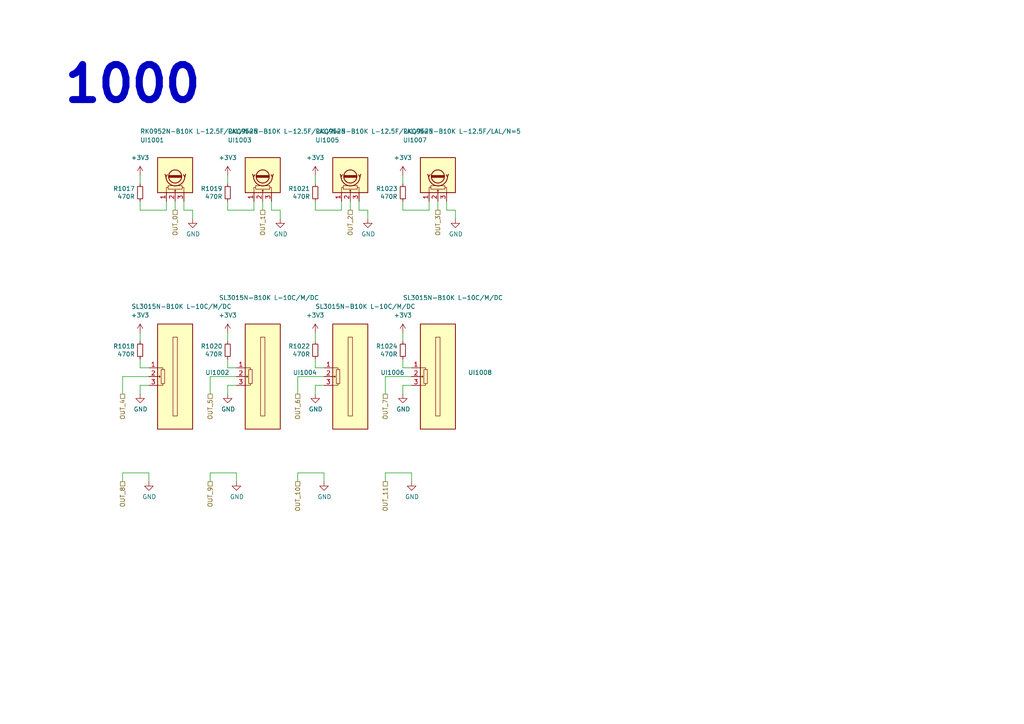
<source format=kicad_sch>
(kicad_sch (version 20231120) (generator "eeschema") (generator_version "8.0")
  (paper "A4")
  (lib_symbols
    (symbol "power:+3V3" (power) (pin_names (offset 0))
      (property "Value" "+3V3" (at 0 3.556 0))
      (symbol "+3V3_0_1"
        (polyline (pts (xy -0.762 1.27) (xy 0 2.54)))
        (polyline (pts (xy 0 0) (xy 0 2.54)))
        (polyline (pts (xy 0 2.54) (xy 0.762 1.27)))
      )
      (symbol "+3V3_1_1"
        (pin power_in line (at 0 0 90) (length 0) hide (name "+3V3") (number "1"))
      )
    )
    (symbol "power:GND" (power) (pin_names (offset 0))
      (property "Value" "GND" (at 0 -3.81 0))
      (symbol "GND_0_1"
        (polyline (pts (xy 0 0) (xy 0 -1.27) (xy 1.27 -1.27) (xy 0 -2.54) (xy -1.27 -1.27) (xy 0 -1.27)))
      )
      (symbol "GND_1_1"
        (pin power_in line (at 0 0 270) (length 0) hide (name "GND") (number "1"))
      )
    )
    (symbol "suku_basics:RES" (pin_numbers hide) (pin_names (offset 0.254) hide)
      (property "Reference" "R" (at 0.762 0.508 0))
      (property "Value" "RES" (at 0.762 -1.016 0))
      (symbol "RES_1_1"
        (rectangle (start -0.762 1.778) (end 0.762 -1.778) (stroke (width 0.2032)))
        (pin passive line (at 0 2.54 270) (length 0.762) (name "~") (number "1"))
        (pin passive line (at 0 -2.54 90) (length 0.762) (name "~") (number "2"))
      )
    )
    (symbol "suku_basics:UI_Fader" (pin_names (offset 0.254) hide)
      (property "Reference" "UI" (at 0 16.764 0))
      (property "Value" "UI_Fader" (at 0 -16.764 0))
      (symbol "UI_Fader_0_1"
        (rectangle (start -5.08 15.24) (end 5.08 -15.24) (stroke (width 0.254)) (fill (type background)))
        (rectangle (start -4.064 2.032) (end -3.048 -2.032))
        (rectangle (start -0.635 11.43) (end 0.635 -11.43))
        (polyline (pts (xy -5.08 -2.54) (xy -3.81 -2.54) (xy -3.556 -2.54) (xy -3.556 -2.032)))
        (polyline (pts (xy -5.08 2.54) (xy -3.81 2.54) (xy -3.556 2.54) (xy -3.556 2.032)))
        (polyline (pts (xy -5.08 0) (xy -4.318 0) (xy -4.572 0.254) (xy -4.572 -0.254) (xy -4.318 0)))
      )
      (symbol "UI_Fader_1_1"
        (pin passive line (at -7.62 2.54 0) (length 2.54) (name "1") (number "1"))
        (pin passive line (at -7.62 0 0) (length 2.54) (name "2") (number "2"))
        (pin passive line (at -7.62 -2.54 0) (length 2.54) (name "3") (number "3"))
        (pin no_connect line (at -7.62 12.7 0) (length 2.54) hide (name "4") (number "4"))
        (pin no_connect line (at 7.62 12.7 180) (length 2.54) hide (name "5") (number "5"))
        (pin no_connect line (at -7.62 -12.7 0) (length 2.54) hide (name "6") (number "6"))
        (pin no_connect line (at 7.62 -12.7 180) (length 2.54) hide (name "7") (number "7"))
      )
    )
    (symbol "suku_basics:UI_Potentiometer" (pin_names (offset 0.254) hide)
      (property "Reference" "UI" (at 0 11.684 0))
      (property "Value" "UI_Potentiometer" (at 0 -12.7 0))
      (symbol "UI_Potentiometer_0_1"
        (rectangle (start -5.08 5.08) (end 5.08 -5.08) (stroke (width 0.254)) (fill (type background)))
        (rectangle (start -4.064 2.032) (end -3.048 -2.032))
        (circle (center -0.381 0) (radius 1.905) (stroke (width 0.254)))
        (arc (start -0.381 2.667) (mid -3.0988 -0.0635) (end -0.381 -2.794) (stroke (width 0.254)))
        (polyline (pts (xy -0.635 -1.778) (xy -0.635 1.778)) (stroke (width 0.254)))
        (polyline (pts (xy -0.381 -1.778) (xy -0.381 1.778)) (stroke (width 0.254)))
        (polyline (pts (xy -0.127 1.778) (xy -0.127 -1.778)) (stroke (width 0.254)))
        (polyline (pts (xy 0.254 -3.048) (xy -0.508 -2.794) (xy 0.127 -2.413)) (stroke (width 0.254)))
        (polyline (pts (xy 0.254 2.921) (xy -0.508 2.667) (xy 0.127 2.286)) (stroke (width 0.254)))
        (polyline (pts (xy -5.08 -2.54) (xy -3.81 -2.54) (xy -3.556 -2.54) (xy -3.556 -2.032)))
        (polyline (pts (xy -5.08 2.54) (xy -3.81 2.54) (xy -3.556 2.54) (xy -3.556 2.032)))
        (polyline (pts (xy -5.08 0) (xy -4.318 0) (xy -4.572 0.254) (xy -4.572 -0.254) (xy -4.318 0)))
      )
      (symbol "UI_Potentiometer_1_1"
        (pin passive line (at -7.62 2.54 0) (length 2.54) (name "1") (number "1"))
        (pin passive line (at -7.62 0 0) (length 2.54) (name "2") (number "2"))
        (pin passive line (at -7.62 -2.54 0) (length 2.54) (name "3") (number "3"))
        (pin no_connect line (at 0 7.62 270) (length 2.54) hide (name "4") (number "4"))
        (pin no_connect line (at 0 -7.62 90) (length 2.54) hide (name "5") (number "5"))
      )
    )
  )
  (wire (pts (xy 91.44 50.8) (xy 91.44 53.34)))
  (wire (pts (xy 53.34 60.96) (xy 53.34 58.42)))
  (wire (pts (xy 66.04 104.14) (xy 66.04 106.68)))
  (wire (pts (xy 66.04 60.96) (xy 73.66 60.96)))
  (wire (pts (xy 116.84 60.96) (xy 124.46 60.96)))
  (wire (pts (xy 91.44 104.14) (xy 91.44 106.68)))
  (wire (pts (xy 93.98 137.16) (xy 93.98 139.7)))
  (wire (pts (xy 124.46 60.96) (xy 124.46 58.42)))
  (wire (pts (xy 86.36 114.3) (xy 86.36 109.22)))
  (wire (pts (xy 132.08 60.96) (xy 129.54 60.96)))
  (wire (pts (xy 86.36 137.16) (xy 93.98 137.16)))
  (wire (pts (xy 60.96 109.22) (xy 68.58 109.22)))
  (wire (pts (xy 43.18 111.76) (xy 40.64 111.76)))
  (wire (pts (xy 60.96 139.7) (xy 60.96 137.16)))
  (wire (pts (xy 55.88 63.5) (xy 55.88 60.96)))
  (wire (pts (xy 66.04 106.68) (xy 68.58 106.68)))
  (wire (pts (xy 127 60.96) (xy 127 58.42)))
  (wire (pts (xy 35.56 137.16) (xy 43.18 137.16)))
  (wire (pts (xy 93.98 111.76) (xy 91.44 111.76)))
  (wire (pts (xy 66.04 96.52) (xy 66.04 99.06)))
  (wire (pts (xy 119.38 137.16) (xy 119.38 139.7)))
  (wire (pts (xy 66.04 50.8) (xy 66.04 53.34)))
  (wire (pts (xy 60.96 137.16) (xy 68.58 137.16)))
  (wire (pts (xy 35.56 139.7) (xy 35.56 137.16)))
  (wire (pts (xy 68.58 137.16) (xy 68.58 139.7)))
  (wire (pts (xy 91.44 58.42) (xy 91.44 60.96)))
  (wire (pts (xy 86.36 109.22) (xy 93.98 109.22)))
  (wire (pts (xy 86.36 139.7) (xy 86.36 137.16)))
  (wire (pts (xy 111.76 114.3) (xy 111.76 109.22)))
  (wire (pts (xy 40.64 50.8) (xy 40.64 53.34)))
  (wire (pts (xy 76.2 60.96) (xy 76.2 58.42)))
  (wire (pts (xy 66.04 58.42) (xy 66.04 60.96)))
  (wire (pts (xy 101.6 60.96) (xy 101.6 58.42)))
  (wire (pts (xy 40.64 60.96) (xy 48.26 60.96)))
  (wire (pts (xy 73.66 60.96) (xy 73.66 58.42)))
  (wire (pts (xy 111.76 139.7) (xy 111.76 137.16)))
  (wire (pts (xy 99.06 60.96) (xy 99.06 58.42)))
  (wire (pts (xy 104.14 60.96) (xy 104.14 58.42)))
  (wire (pts (xy 35.56 109.22) (xy 43.18 109.22)))
  (wire (pts (xy 91.44 60.96) (xy 99.06 60.96)))
  (wire (pts (xy 68.58 111.76) (xy 66.04 111.76)))
  (wire (pts (xy 129.54 60.96) (xy 129.54 58.42)))
  (wire (pts (xy 116.84 96.52) (xy 116.84 99.06)))
  (wire (pts (xy 81.28 63.5) (xy 81.28 60.96)))
  (wire (pts (xy 132.08 63.5) (xy 132.08 60.96)))
  (wire (pts (xy 40.64 96.52) (xy 40.64 99.06)))
  (wire (pts (xy 50.8 60.96) (xy 50.8 58.42)))
  (wire (pts (xy 111.76 137.16) (xy 119.38 137.16)))
  (wire (pts (xy 116.84 104.14) (xy 116.84 106.68)))
  (wire (pts (xy 116.84 111.76) (xy 116.84 114.3)))
  (wire (pts (xy 40.64 106.68) (xy 43.18 106.68)))
  (wire (pts (xy 55.88 60.96) (xy 53.34 60.96)))
  (wire (pts (xy 106.68 63.5) (xy 106.68 60.96)))
  (wire (pts (xy 116.84 58.42) (xy 116.84 60.96)))
  (wire (pts (xy 116.84 106.68) (xy 119.38 106.68)))
  (wire (pts (xy 78.74 60.96) (xy 78.74 58.42)))
  (wire (pts (xy 43.18 137.16) (xy 43.18 139.7)))
  (wire (pts (xy 119.38 111.76) (xy 116.84 111.76)))
  (wire (pts (xy 111.76 109.22) (xy 119.38 109.22)))
  (wire (pts (xy 40.64 111.76) (xy 40.64 114.3)))
  (wire (pts (xy 60.96 114.3) (xy 60.96 109.22)))
  (wire (pts (xy 91.44 96.52) (xy 91.44 99.06)))
  (wire (pts (xy 48.26 60.96) (xy 48.26 58.42)))
  (wire (pts (xy 81.28 60.96) (xy 78.74 60.96)))
  (wire (pts (xy 35.56 114.3) (xy 35.56 109.22)))
  (wire (pts (xy 40.64 104.14) (xy 40.64 106.68)))
  (wire (pts (xy 106.68 60.96) (xy 104.14 60.96)))
  (wire (pts (xy 40.64 58.42) (xy 40.64 60.96)))
  (wire (pts (xy 91.44 111.76) (xy 91.44 114.3)))
  (wire (pts (xy 66.04 111.76) (xy 66.04 114.3)))
  (wire (pts (xy 116.84 50.8) (xy 116.84 53.34)))
  (wire (pts (xy 91.44 106.68) (xy 93.98 106.68)))
  (text "1000" (at 17.78 30.48 0) (effects (font (size 10.16 10.16) (thickness 2.032) (bold yes)) (justify left bottom)))
  (hierarchical_label "OUT_7" (shape passive) (at 111.76 114.3 270))
  (hierarchical_label "OUT_8" (shape passive) (at 35.56 139.7 270))
  (hierarchical_label "OUT_3" (shape passive) (at 127 60.96 270))
  (hierarchical_label "OUT_2" (shape passive) (at 101.6 60.96 270))
  (hierarchical_label "OUT_1" (shape passive) (at 76.2 60.96 270))
  (hierarchical_label "OUT_10" (shape passive) (at 86.36 139.7 270))
  (hierarchical_label "OUT_4" (shape passive) (at 35.56 114.3 270))
  (hierarchical_label "OUT_11" (shape passive) (at 111.76 139.7 270))
  (hierarchical_label "OUT_5" (shape passive) (at 60.96 114.3 270))
  (hierarchical_label "OUT_6" (shape passive) (at 86.36 114.3 270))
  (hierarchical_label "OUT_0" (shape passive) (at 50.8 60.96 270))
  (hierarchical_label "OUT_9" (shape passive) (at 60.96 139.7 270))
  (symbol (lib_id "suku_basics:UI_Fader") (at 50.8 109.22 0) (unit 1)
    (property "Reference" "UI1002" (at 59.5376 108.0516 0) (effects (justify left)))
    (property "Value" "SL3015N-B10K L-10C/M/DC" (at 38.1 88.9 0) (effects (justify left)))
    (property "Footprint" "suku_basics:UI_FADER_TT" (effects (hide yes)))
  )
  (symbol (lib_id "power:GND") (at 40.64 114.3 0) (unit 1)
    (property "Reference" "#PWR01027" (effects (hide yes)))
    (property "Value" "GND" (at 40.767 118.6942 0))
  )
  (symbol (lib_id "suku_basics:UI_Fader") (at 76.2 109.22 0) (unit 1)
    (property "Reference" "UI1004" (at 84.9376 108.0516 0) (effects (justify left)))
    (property "Value" "SL3015N-B10K L-10C/M/DC" (at 63.5 86.36 0) (effects (justify left)))
    (property "Footprint" "suku_basics:UI_FADER_TT" (effects (hide yes)))
  )
  (symbol (lib_id "power:GND") (at 66.04 114.3 0) (unit 1)
    (property "Reference" "#PWR01032" (effects (hide yes)))
    (property "Value" "GND" (at 66.167 118.6942 0))
  )
  (symbol (lib_id "suku_basics:UI_Fader") (at 101.6 109.22 0) (unit 1)
    (property "Reference" "UI1006" (at 110.3376 108.0516 0) (effects (justify left)))
    (property "Value" "SL3015N-B10K L-10C/M/DC" (at 91.44 88.9 0) (effects (justify left)))
    (property "Footprint" "suku_basics:UI_FADER_TT" (effects (hide yes)))
  )
  (symbol (lib_id "power:GND") (at 91.44 114.3 0) (unit 1)
    (property "Reference" "#PWR01037" (effects (hide yes)))
    (property "Value" "GND" (at 91.567 118.6942 0))
  )
  (symbol (lib_id "suku_basics:UI_Fader") (at 127 109.22 0) (unit 1)
    (property "Reference" "UI1008" (at 135.7376 108.0516 0) (effects (justify left)))
    (property "Value" "SL3015N-B10K L-10C/M/DC" (at 116.84 86.36 0) (effects (justify left)))
    (property "Footprint" "suku_basics:UI_FADER_TT" (effects (hide yes)))
  )
  (symbol (lib_id "power:GND") (at 116.84 114.3 0) (unit 1)
    (property "Reference" "#PWR01042" (effects (hide yes)))
    (property "Value" "GND" (at 116.967 118.6942 0))
  )
  (symbol (lib_id "power:GND") (at 55.88 63.5 0) (unit 1)
    (property "Reference" "#PWR01029" (effects (hide yes)))
    (property "Value" "GND" (at 56.007 67.8942 0))
  )
  (symbol (lib_id "power:GND") (at 81.28 63.5 0) (unit 1)
    (property "Reference" "#PWR01034" (effects (hide yes)))
    (property "Value" "GND" (at 81.407 67.8942 0))
  )
  (symbol (lib_id "power:GND") (at 106.68 63.5 0) (unit 1)
    (property "Reference" "#PWR01039" (effects (hide yes)))
    (property "Value" "GND" (at 106.807 67.8942 0))
  )
  (symbol (lib_id "power:GND") (at 132.08 63.5 0) (unit 1)
    (property "Reference" "#PWR01044" (effects (hide yes)))
    (property "Value" "GND" (at 132.207 67.8942 0))
  )
  (symbol (lib_id "power:GND") (at 43.18 139.7 0) (unit 1)
    (property "Reference" "#PWR01028" (effects (hide yes)))
    (property "Value" "GND" (at 43.307 144.0942 0))
  )
  (symbol (lib_id "power:GND") (at 68.58 139.7 0) (unit 1)
    (property "Reference" "#PWR01033" (effects (hide yes)))
    (property "Value" "GND" (at 68.707 144.0942 0))
  )
  (symbol (lib_id "power:GND") (at 93.98 139.7 0) (unit 1)
    (property "Reference" "#PWR01038" (effects (hide yes)))
    (property "Value" "GND" (at 94.107 144.0942 0))
  )
  (symbol (lib_id "power:GND") (at 119.38 139.7 0) (unit 1)
    (property "Reference" "#PWR01043" (effects (hide yes)))
    (property "Value" "GND" (at 119.507 144.0942 0))
  )
  (symbol (lib_id "suku_basics:RES") (at 91.44 55.88 0) (mirror y) (unit 1)
    (property "Reference" "R1021" (at 89.9414 54.7116 0) (effects (justify left)))
    (property "Value" "470R" (at 89.9414 57.023 0) (effects (justify left)))
    (property "Footprint" "suku_basics:RES_0402" (effects (hide yes)))
  )
  (symbol (lib_id "power:+3V3") (at 116.84 50.8 0) (unit 1)
    (property "Reference" "#PWR01040" (effects (hide yes)))
    (property "Value" "+3V3" (at 116.84 45.72 0))
  )
  (symbol (lib_id "suku_basics:RES") (at 40.64 101.6 0) (mirror y) (unit 1)
    (property "Reference" "R1018" (at 39.1414 100.4316 0) (effects (justify left)))
    (property "Value" "470R" (at 39.1414 102.743 0) (effects (justify left)))
    (property "Footprint" "suku_basics:RES_0402" (effects (hide yes)))
  )
  (symbol (lib_id "suku_basics:RES") (at 66.04 55.88 0) (mirror y) (unit 1)
    (property "Reference" "R1019" (at 64.5414 54.7116 0) (effects (justify left)))
    (property "Value" "470R" (at 64.5414 57.023 0) (effects (justify left)))
    (property "Footprint" "suku_basics:RES_0402" (effects (hide yes)))
  )
  (symbol (lib_id "power:+3V3") (at 91.44 96.52 0) (unit 1)
    (property "Reference" "#PWR01036" (effects (hide yes)))
    (property "Value" "+3V3" (at 91.44 91.44 0))
  )
  (symbol (lib_id "power:+3V3") (at 66.04 96.52 0) (unit 1)
    (property "Reference" "#PWR01031" (effects (hide yes)))
    (property "Value" "+3V3" (at 66.04 91.44 0))
  )
  (symbol (lib_id "power:+3V3") (at 40.64 96.52 0) (unit 1)
    (property "Reference" "#PWR01026" (effects (hide yes)))
    (property "Value" "+3V3" (at 40.64 91.44 0))
  )
  (symbol (lib_id "power:+3V3") (at 91.44 50.8 0) (unit 1)
    (property "Reference" "#PWR01035" (effects (hide yes)))
    (property "Value" "+3V3" (at 91.44 45.72 0))
  )
  (symbol (lib_id "suku_basics:UI_Potentiometer") (at 127 50.8 90) (unit 1)
    (property "Reference" "UI1007" (at 116.84 40.64 90) (effects (justify right)))
    (property "Value" "RK0952N-B10K L-12.5F/LAL/N=5" (at 116.84 38.1 90) (effects (justify right)))
    (property "Footprint" "suku_basics:UI_POT_SONGHUEI" (effects (hide yes)))
  )
  (symbol (lib_id "suku_basics:RES") (at 91.44 101.6 0) (mirror y) (unit 1)
    (property "Reference" "R1022" (at 89.9414 100.4316 0) (effects (justify left)))
    (property "Value" "470R" (at 89.9414 102.743 0) (effects (justify left)))
    (property "Footprint" "suku_basics:RES_0402" (effects (hide yes)))
  )
  (symbol (lib_id "suku_basics:RES") (at 116.84 55.88 0) (mirror y) (unit 1)
    (property "Reference" "R1023" (at 115.3414 54.7116 0) (effects (justify left)))
    (property "Value" "470R" (at 115.3414 57.023 0) (effects (justify left)))
    (property "Footprint" "suku_basics:RES_0402" (effects (hide yes)))
  )
  (symbol (lib_id "suku_basics:RES") (at 40.64 55.88 0) (mirror y) (unit 1)
    (property "Reference" "R1017" (at 39.1414 54.7116 0) (effects (justify left)))
    (property "Value" "470R" (at 39.1414 57.023 0) (effects (justify left)))
    (property "Footprint" "suku_basics:RES_0402" (effects (hide yes)))
  )
  (symbol (lib_id "power:+3V3") (at 116.84 96.52 0) (unit 1)
    (property "Reference" "#PWR01041" (effects (hide yes)))
    (property "Value" "+3V3" (at 116.84 91.44 0))
  )
  (symbol (lib_id "power:+3V3") (at 66.04 50.8 0) (unit 1)
    (property "Reference" "#PWR01030" (effects (hide yes)))
    (property "Value" "+3V3" (at 66.04 45.72 0))
  )
  (symbol (lib_id "suku_basics:UI_Potentiometer") (at 76.2 50.8 90) (unit 1)
    (property "Reference" "UI1003" (at 66.04 40.64 90) (effects (justify right)))
    (property "Value" "RK0952N-B10K L-12.5F/LAL/N=5" (at 66.04 38.1 90) (effects (justify right)))
    (property "Footprint" "suku_basics:UI_POT_SONGHUEI" (effects (hide yes)))
  )
  (symbol (lib_id "suku_basics:RES") (at 116.84 101.6 0) (mirror y) (unit 1)
    (property "Reference" "R1024" (at 115.3414 100.4316 0) (effects (justify left)))
    (property "Value" "470R" (at 115.3414 102.743 0) (effects (justify left)))
    (property "Footprint" "suku_basics:RES_0402" (effects (hide yes)))
  )
  (symbol (lib_id "suku_basics:UI_Potentiometer") (at 50.8 50.8 90) (unit 1)
    (property "Reference" "UI1001" (at 40.64 40.64 90) (effects (justify right)))
    (property "Value" "RK0952N-B10K L-12.5F/LAL/N=5" (at 40.64 38.1 90) (effects (justify right)))
    (property "Footprint" "suku_basics:UI_POT_SONGHUEI" (effects (hide yes)))
  )
  (symbol (lib_id "power:+3V3") (at 40.64 50.8 0) (unit 1)
    (property "Reference" "#PWR01025" (effects (hide yes)))
    (property "Value" "+3V3" (at 40.64 45.72 0))
  )
  (symbol (lib_id "suku_basics:UI_Potentiometer") (at 101.6 50.8 90) (unit 1)
    (property "Reference" "UI1005" (at 91.44 40.64 90) (effects (justify right)))
    (property "Value" "RK0952N-B10K L-12.5F/LAL/N=5" (at 91.44 38.1 90) (effects (justify right)))
    (property "Footprint" "suku_basics:UI_POT_SONGHUEI" (effects (hide yes)))
  )
  (symbol (lib_id "suku_basics:RES") (at 66.04 101.6 0) (mirror y) (unit 1)
    (property "Reference" "R1020" (at 64.5414 100.4316 0) (effects (justify left)))
    (property "Value" "470R" (at 64.5414 102.743 0) (effects (justify left)))
    (property "Footprint" "suku_basics:RES_0402" (effects (hide yes)))
  )
)
</source>
